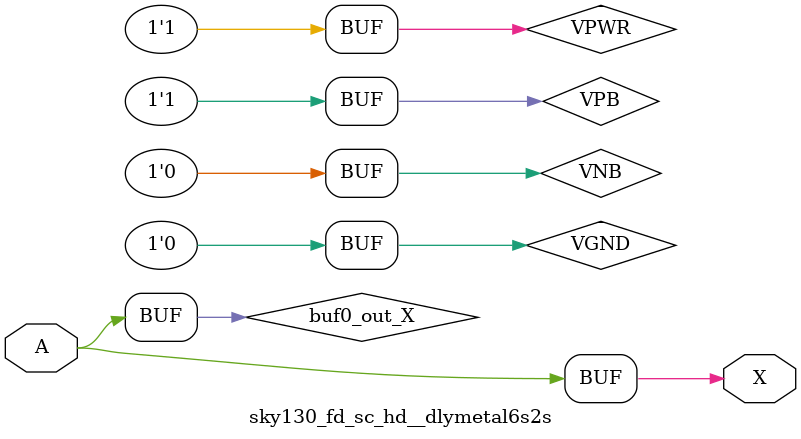
<source format=v>
/*
 * Copyright 2020 The SkyWater PDK Authors
 *
 * Licensed under the Apache License, Version 2.0 (the "License");
 * you may not use this file except in compliance with the License.
 * You may obtain a copy of the License at
 *
 *     https://www.apache.org/licenses/LICENSE-2.0
 *
 * Unless required by applicable law or agreed to in writing, software
 * distributed under the License is distributed on an "AS IS" BASIS,
 * WITHOUT WARRANTIES OR CONDITIONS OF ANY KIND, either express or implied.
 * See the License for the specific language governing permissions and
 * limitations under the License.
 *
 * SPDX-License-Identifier: Apache-2.0
*/


`ifndef SKY130_FD_SC_HD__DLYMETAL6S2S_TIMING_V
`define SKY130_FD_SC_HD__DLYMETAL6S2S_TIMING_V

/**
 * dlymetal6s2s: 6-inverter delay with output from 2nd stage on
 *               horizontal route.
 *
 * Verilog simulation timing model.
 */

`timescale 1ns / 1ps
`default_nettype none

`celldefine
module sky130_fd_sc_hd__dlymetal6s2s (
    X,
    A
);

    // Module ports
    output X;
    input  A;

    // Module supplies
    supply1 VPWR;
    supply0 VGND;
    supply1 VPB ;
    supply0 VNB ;

    // Local signals
    wire buf0_out_X;

    //  Name  Output      Other arguments
    buf buf0 (buf0_out_X, A              );
    buf buf1 (X         , buf0_out_X     );

endmodule
`endcelldefine

`default_nettype wire
`endif  // SKY130_FD_SC_HD__DLYMETAL6S2S_TIMING_V

</source>
